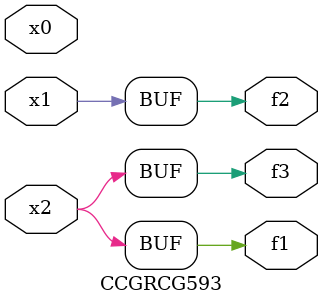
<source format=v>
module CCGRCG593(
	input x0, x1, x2,
	output f1, f2, f3
);
	assign f1 = x2;
	assign f2 = x1;
	assign f3 = x2;
endmodule

</source>
